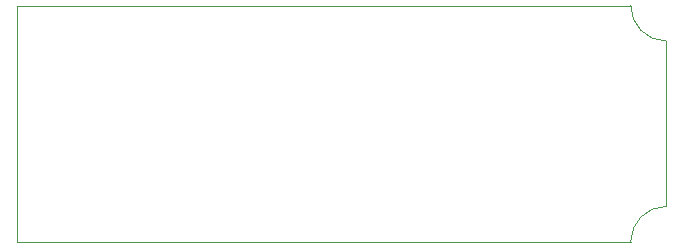
<source format=gko>
%TF.GenerationSoftware,KiCad,Pcbnew,5.1.12-84ad8e8a86~92~ubuntu18.04.1*%
%TF.CreationDate,2023-04-24T19:04:36+02:00*%
%TF.ProjectId,digital-protection-amulet,64696769-7461-46c2-9d70-726f74656374,rev?*%
%TF.SameCoordinates,Original*%
%TF.FileFunction,Profile,NP*%
%FSLAX46Y46*%
G04 Gerber Fmt 4.6, Leading zero omitted, Abs format (unit mm)*
G04 Created by KiCad (PCBNEW 5.1.12-84ad8e8a86~92~ubuntu18.04.1) date 2023-04-24 19:04:36*
%MOMM*%
%LPD*%
G01*
G04 APERTURE LIST*
%TA.AperFunction,Profile*%
%ADD10C,0.050000*%
%TD*%
G04 APERTURE END LIST*
D10*
X52000000Y-20000000D02*
G75*
G02*
X55000000Y-17000000I3000000J0D01*
G01*
X55000000Y-3000000D02*
G75*
G02*
X52000000Y0I0J3000000D01*
G01*
X52000000Y0D02*
X0Y0D01*
X55000000Y-17000000D02*
X55000000Y-3000000D01*
X0Y-20000000D02*
X52000000Y-20000000D01*
X0Y0D02*
X0Y-20000000D01*
M02*

</source>
